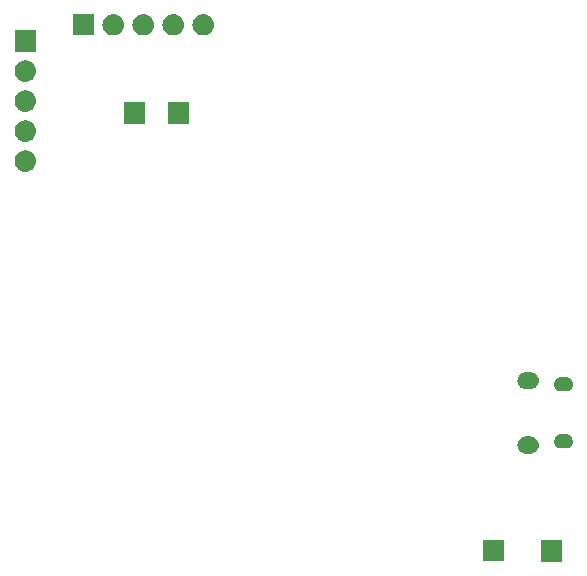
<source format=gbr>
G04 #@! TF.GenerationSoftware,KiCad,Pcbnew,(5.0.2)-1*
G04 #@! TF.CreationDate,2019-11-27T21:51:56-08:00*
G04 #@! TF.ProjectId,bsidessd,62736964-6573-4736-942e-6b696361645f,rev?*
G04 #@! TF.SameCoordinates,Original*
G04 #@! TF.FileFunction,Soldermask,Bot*
G04 #@! TF.FilePolarity,Negative*
%FSLAX46Y46*%
G04 Gerber Fmt 4.6, Leading zero omitted, Abs format (unit mm)*
G04 Created by KiCad (PCBNEW (5.0.2)-1) date 11/27/2019 9:51:56 PM*
%MOMM*%
%LPD*%
G01*
G04 APERTURE LIST*
%ADD10C,0.100000*%
G04 APERTURE END LIST*
D10*
G36*
X198132000Y-147713000D02*
X196330000Y-147713000D01*
X196330000Y-145911000D01*
X198132000Y-145911000D01*
X198132000Y-147713000D01*
X198132000Y-147713000D01*
G37*
G36*
X193179000Y-147687600D02*
X191377000Y-147687600D01*
X191377000Y-145885600D01*
X193179000Y-145885600D01*
X193179000Y-147687600D01*
X193179000Y-147687600D01*
G37*
G36*
X195458991Y-137109101D02*
X195544321Y-137117505D01*
X195681172Y-137159019D01*
X195681174Y-137159020D01*
X195681177Y-137159021D01*
X195807296Y-137226432D01*
X195917843Y-137317157D01*
X196008568Y-137427704D01*
X196075979Y-137553823D01*
X196075980Y-137553826D01*
X196075981Y-137553828D01*
X196117495Y-137690679D01*
X196131512Y-137833000D01*
X196117495Y-137975321D01*
X196075981Y-138112172D01*
X196075979Y-138112177D01*
X196008568Y-138238296D01*
X195917843Y-138348843D01*
X195807296Y-138439568D01*
X195681177Y-138506979D01*
X195681174Y-138506980D01*
X195681172Y-138506981D01*
X195544321Y-138548495D01*
X195458991Y-138556899D01*
X195437660Y-138559000D01*
X195016340Y-138559000D01*
X194995009Y-138556899D01*
X194909679Y-138548495D01*
X194772828Y-138506981D01*
X194772826Y-138506980D01*
X194772823Y-138506979D01*
X194646704Y-138439568D01*
X194536157Y-138348843D01*
X194445432Y-138238296D01*
X194378021Y-138112177D01*
X194378019Y-138112172D01*
X194336505Y-137975321D01*
X194322488Y-137833000D01*
X194336505Y-137690679D01*
X194378019Y-137553828D01*
X194378020Y-137553826D01*
X194378021Y-137553823D01*
X194445432Y-137427704D01*
X194536157Y-137317157D01*
X194646704Y-137226432D01*
X194772823Y-137159021D01*
X194772826Y-137159020D01*
X194772828Y-137159019D01*
X194909679Y-137117505D01*
X194995009Y-137109101D01*
X195016340Y-137107000D01*
X195437660Y-137107000D01*
X195458991Y-137109101D01*
X195458991Y-137109101D01*
G37*
G36*
X198544818Y-136930696D02*
X198658105Y-136965062D01*
X198762513Y-137020869D01*
X198854027Y-137095973D01*
X198929131Y-137187487D01*
X198984938Y-137291895D01*
X199019304Y-137405182D01*
X199030907Y-137523000D01*
X199019304Y-137640818D01*
X198984938Y-137754105D01*
X198929131Y-137858513D01*
X198854027Y-137950027D01*
X198762513Y-138025131D01*
X198658105Y-138080938D01*
X198544818Y-138115304D01*
X198456519Y-138124000D01*
X197997481Y-138124000D01*
X197909182Y-138115304D01*
X197795895Y-138080938D01*
X197691487Y-138025131D01*
X197599973Y-137950027D01*
X197524869Y-137858513D01*
X197469062Y-137754105D01*
X197434696Y-137640818D01*
X197423093Y-137523000D01*
X197434696Y-137405182D01*
X197469062Y-137291895D01*
X197524869Y-137187487D01*
X197599973Y-137095973D01*
X197691487Y-137020869D01*
X197795895Y-136965062D01*
X197909182Y-136930696D01*
X197997481Y-136922000D01*
X198456519Y-136922000D01*
X198544818Y-136930696D01*
X198544818Y-136930696D01*
G37*
G36*
X198544818Y-132090696D02*
X198658105Y-132125062D01*
X198762513Y-132180869D01*
X198854027Y-132255973D01*
X198929131Y-132347487D01*
X198984938Y-132451895D01*
X199019304Y-132565182D01*
X199030907Y-132683000D01*
X199019304Y-132800818D01*
X198984938Y-132914105D01*
X198929131Y-133018513D01*
X198854027Y-133110027D01*
X198762513Y-133185131D01*
X198658105Y-133240938D01*
X198544818Y-133275304D01*
X198456519Y-133284000D01*
X197997481Y-133284000D01*
X197909182Y-133275304D01*
X197795895Y-133240938D01*
X197691487Y-133185131D01*
X197599973Y-133110027D01*
X197524869Y-133018513D01*
X197469062Y-132914105D01*
X197434696Y-132800818D01*
X197423093Y-132683000D01*
X197434696Y-132565182D01*
X197469062Y-132451895D01*
X197524869Y-132347487D01*
X197599973Y-132255973D01*
X197691487Y-132180869D01*
X197795895Y-132125062D01*
X197909182Y-132090696D01*
X197997481Y-132082000D01*
X198456519Y-132082000D01*
X198544818Y-132090696D01*
X198544818Y-132090696D01*
G37*
G36*
X195458991Y-131649101D02*
X195544321Y-131657505D01*
X195681172Y-131699019D01*
X195681174Y-131699020D01*
X195681177Y-131699021D01*
X195807296Y-131766432D01*
X195917843Y-131857157D01*
X196008568Y-131967704D01*
X196075979Y-132093823D01*
X196075980Y-132093826D01*
X196075981Y-132093828D01*
X196117495Y-132230679D01*
X196131512Y-132373000D01*
X196117495Y-132515321D01*
X196075981Y-132652172D01*
X196075979Y-132652177D01*
X196008568Y-132778296D01*
X195917843Y-132888843D01*
X195807296Y-132979568D01*
X195681177Y-133046979D01*
X195681174Y-133046980D01*
X195681172Y-133046981D01*
X195544321Y-133088495D01*
X195458991Y-133096899D01*
X195437660Y-133099000D01*
X195016340Y-133099000D01*
X194995009Y-133096899D01*
X194909679Y-133088495D01*
X194772828Y-133046981D01*
X194772826Y-133046980D01*
X194772823Y-133046979D01*
X194646704Y-132979568D01*
X194536157Y-132888843D01*
X194445432Y-132778296D01*
X194378021Y-132652177D01*
X194378019Y-132652172D01*
X194336505Y-132515321D01*
X194322488Y-132373000D01*
X194336505Y-132230679D01*
X194378019Y-132093828D01*
X194378020Y-132093826D01*
X194378021Y-132093823D01*
X194445432Y-131967704D01*
X194536157Y-131857157D01*
X194646704Y-131766432D01*
X194772823Y-131699021D01*
X194772826Y-131699020D01*
X194772828Y-131699019D01*
X194909679Y-131657505D01*
X194995009Y-131649101D01*
X195016340Y-131647000D01*
X195437660Y-131647000D01*
X195458991Y-131649101D01*
X195458991Y-131649101D01*
G37*
G36*
X152764442Y-112897518D02*
X152830627Y-112904037D01*
X152943853Y-112938384D01*
X153000467Y-112955557D01*
X153139087Y-113029652D01*
X153156991Y-113039222D01*
X153192729Y-113068552D01*
X153294186Y-113151814D01*
X153377448Y-113253271D01*
X153406778Y-113289009D01*
X153406779Y-113289011D01*
X153490443Y-113445533D01*
X153490443Y-113445534D01*
X153541963Y-113615373D01*
X153559359Y-113792000D01*
X153541963Y-113968627D01*
X153507616Y-114081853D01*
X153490443Y-114138467D01*
X153416348Y-114277087D01*
X153406778Y-114294991D01*
X153377448Y-114330729D01*
X153294186Y-114432186D01*
X153192729Y-114515448D01*
X153156991Y-114544778D01*
X153156989Y-114544779D01*
X153000467Y-114628443D01*
X152943853Y-114645616D01*
X152830627Y-114679963D01*
X152764443Y-114686481D01*
X152698260Y-114693000D01*
X152609740Y-114693000D01*
X152543557Y-114686481D01*
X152477373Y-114679963D01*
X152364147Y-114645616D01*
X152307533Y-114628443D01*
X152151011Y-114544779D01*
X152151009Y-114544778D01*
X152115271Y-114515448D01*
X152013814Y-114432186D01*
X151930552Y-114330729D01*
X151901222Y-114294991D01*
X151891652Y-114277087D01*
X151817557Y-114138467D01*
X151800384Y-114081853D01*
X151766037Y-113968627D01*
X151748641Y-113792000D01*
X151766037Y-113615373D01*
X151817557Y-113445534D01*
X151817557Y-113445533D01*
X151901221Y-113289011D01*
X151901222Y-113289009D01*
X151930552Y-113253271D01*
X152013814Y-113151814D01*
X152115271Y-113068552D01*
X152151009Y-113039222D01*
X152168913Y-113029652D01*
X152307533Y-112955557D01*
X152364147Y-112938384D01*
X152477373Y-112904037D01*
X152543558Y-112897518D01*
X152609740Y-112891000D01*
X152698260Y-112891000D01*
X152764442Y-112897518D01*
X152764442Y-112897518D01*
G37*
G36*
X152764443Y-110357519D02*
X152830627Y-110364037D01*
X152943853Y-110398384D01*
X153000467Y-110415557D01*
X153139087Y-110489652D01*
X153156991Y-110499222D01*
X153192729Y-110528552D01*
X153294186Y-110611814D01*
X153377448Y-110713271D01*
X153406778Y-110749009D01*
X153406779Y-110749011D01*
X153490443Y-110905533D01*
X153490443Y-110905534D01*
X153541963Y-111075373D01*
X153559359Y-111252000D01*
X153541963Y-111428627D01*
X153507616Y-111541853D01*
X153490443Y-111598467D01*
X153416348Y-111737087D01*
X153406778Y-111754991D01*
X153377448Y-111790729D01*
X153294186Y-111892186D01*
X153192729Y-111975448D01*
X153156991Y-112004778D01*
X153156989Y-112004779D01*
X153000467Y-112088443D01*
X152943853Y-112105616D01*
X152830627Y-112139963D01*
X152764443Y-112146481D01*
X152698260Y-112153000D01*
X152609740Y-112153000D01*
X152543557Y-112146481D01*
X152477373Y-112139963D01*
X152364147Y-112105616D01*
X152307533Y-112088443D01*
X152151011Y-112004779D01*
X152151009Y-112004778D01*
X152115271Y-111975448D01*
X152013814Y-111892186D01*
X151930552Y-111790729D01*
X151901222Y-111754991D01*
X151891652Y-111737087D01*
X151817557Y-111598467D01*
X151800384Y-111541853D01*
X151766037Y-111428627D01*
X151748641Y-111252000D01*
X151766037Y-111075373D01*
X151817557Y-110905534D01*
X151817557Y-110905533D01*
X151901221Y-110749011D01*
X151901222Y-110749009D01*
X151930552Y-110713271D01*
X152013814Y-110611814D01*
X152115271Y-110528552D01*
X152151009Y-110499222D01*
X152168913Y-110489652D01*
X152307533Y-110415557D01*
X152364147Y-110398384D01*
X152477373Y-110364037D01*
X152543557Y-110357519D01*
X152609740Y-110351000D01*
X152698260Y-110351000D01*
X152764443Y-110357519D01*
X152764443Y-110357519D01*
G37*
G36*
X166509000Y-110629000D02*
X164707000Y-110629000D01*
X164707000Y-108827000D01*
X166509000Y-108827000D01*
X166509000Y-110629000D01*
X166509000Y-110629000D01*
G37*
G36*
X162826000Y-110629000D02*
X161024000Y-110629000D01*
X161024000Y-108827000D01*
X162826000Y-108827000D01*
X162826000Y-110629000D01*
X162826000Y-110629000D01*
G37*
G36*
X152764443Y-107817519D02*
X152830627Y-107824037D01*
X152943853Y-107858384D01*
X153000467Y-107875557D01*
X153139087Y-107949652D01*
X153156991Y-107959222D01*
X153192729Y-107988552D01*
X153294186Y-108071814D01*
X153377448Y-108173271D01*
X153406778Y-108209009D01*
X153406779Y-108209011D01*
X153490443Y-108365533D01*
X153490443Y-108365534D01*
X153541963Y-108535373D01*
X153559359Y-108712000D01*
X153541963Y-108888627D01*
X153507616Y-109001853D01*
X153490443Y-109058467D01*
X153416348Y-109197087D01*
X153406778Y-109214991D01*
X153377448Y-109250729D01*
X153294186Y-109352186D01*
X153192729Y-109435448D01*
X153156991Y-109464778D01*
X153156989Y-109464779D01*
X153000467Y-109548443D01*
X152943853Y-109565616D01*
X152830627Y-109599963D01*
X152764442Y-109606482D01*
X152698260Y-109613000D01*
X152609740Y-109613000D01*
X152543558Y-109606482D01*
X152477373Y-109599963D01*
X152364147Y-109565616D01*
X152307533Y-109548443D01*
X152151011Y-109464779D01*
X152151009Y-109464778D01*
X152115271Y-109435448D01*
X152013814Y-109352186D01*
X151930552Y-109250729D01*
X151901222Y-109214991D01*
X151891652Y-109197087D01*
X151817557Y-109058467D01*
X151800384Y-109001853D01*
X151766037Y-108888627D01*
X151748641Y-108712000D01*
X151766037Y-108535373D01*
X151817557Y-108365534D01*
X151817557Y-108365533D01*
X151901221Y-108209011D01*
X151901222Y-108209009D01*
X151930552Y-108173271D01*
X152013814Y-108071814D01*
X152115271Y-107988552D01*
X152151009Y-107959222D01*
X152168913Y-107949652D01*
X152307533Y-107875557D01*
X152364147Y-107858384D01*
X152477373Y-107824037D01*
X152543557Y-107817519D01*
X152609740Y-107811000D01*
X152698260Y-107811000D01*
X152764443Y-107817519D01*
X152764443Y-107817519D01*
G37*
G36*
X152764443Y-105277519D02*
X152830627Y-105284037D01*
X152943853Y-105318384D01*
X153000467Y-105335557D01*
X153139087Y-105409652D01*
X153156991Y-105419222D01*
X153192729Y-105448552D01*
X153294186Y-105531814D01*
X153377448Y-105633271D01*
X153406778Y-105669009D01*
X153406779Y-105669011D01*
X153490443Y-105825533D01*
X153490443Y-105825534D01*
X153541963Y-105995373D01*
X153559359Y-106172000D01*
X153541963Y-106348627D01*
X153507616Y-106461853D01*
X153490443Y-106518467D01*
X153416348Y-106657087D01*
X153406778Y-106674991D01*
X153377448Y-106710729D01*
X153294186Y-106812186D01*
X153192729Y-106895448D01*
X153156991Y-106924778D01*
X153156989Y-106924779D01*
X153000467Y-107008443D01*
X152943853Y-107025616D01*
X152830627Y-107059963D01*
X152764443Y-107066481D01*
X152698260Y-107073000D01*
X152609740Y-107073000D01*
X152543557Y-107066481D01*
X152477373Y-107059963D01*
X152364147Y-107025616D01*
X152307533Y-107008443D01*
X152151011Y-106924779D01*
X152151009Y-106924778D01*
X152115271Y-106895448D01*
X152013814Y-106812186D01*
X151930552Y-106710729D01*
X151901222Y-106674991D01*
X151891652Y-106657087D01*
X151817557Y-106518467D01*
X151800384Y-106461853D01*
X151766037Y-106348627D01*
X151748641Y-106172000D01*
X151766037Y-105995373D01*
X151817557Y-105825534D01*
X151817557Y-105825533D01*
X151901221Y-105669011D01*
X151901222Y-105669009D01*
X151930552Y-105633271D01*
X152013814Y-105531814D01*
X152115271Y-105448552D01*
X152151009Y-105419222D01*
X152168913Y-105409652D01*
X152307533Y-105335557D01*
X152364147Y-105318384D01*
X152477373Y-105284037D01*
X152543557Y-105277519D01*
X152609740Y-105271000D01*
X152698260Y-105271000D01*
X152764443Y-105277519D01*
X152764443Y-105277519D01*
G37*
G36*
X153555000Y-104533000D02*
X151753000Y-104533000D01*
X151753000Y-102731000D01*
X153555000Y-102731000D01*
X153555000Y-104533000D01*
X153555000Y-104533000D01*
G37*
G36*
X167826643Y-101365919D02*
X167892827Y-101372437D01*
X168006053Y-101406784D01*
X168062667Y-101423957D01*
X168201287Y-101498052D01*
X168219191Y-101507622D01*
X168254929Y-101536952D01*
X168356386Y-101620214D01*
X168439648Y-101721671D01*
X168468978Y-101757409D01*
X168468979Y-101757411D01*
X168552643Y-101913933D01*
X168552643Y-101913934D01*
X168604163Y-102083773D01*
X168621559Y-102260400D01*
X168604163Y-102437027D01*
X168569816Y-102550253D01*
X168552643Y-102606867D01*
X168478548Y-102745487D01*
X168468978Y-102763391D01*
X168439648Y-102799129D01*
X168356386Y-102900586D01*
X168254929Y-102983848D01*
X168219191Y-103013178D01*
X168219189Y-103013179D01*
X168062667Y-103096843D01*
X168006053Y-103114016D01*
X167892827Y-103148363D01*
X167826643Y-103154881D01*
X167760460Y-103161400D01*
X167671940Y-103161400D01*
X167605757Y-103154881D01*
X167539573Y-103148363D01*
X167426347Y-103114016D01*
X167369733Y-103096843D01*
X167213211Y-103013179D01*
X167213209Y-103013178D01*
X167177471Y-102983848D01*
X167076014Y-102900586D01*
X166992752Y-102799129D01*
X166963422Y-102763391D01*
X166953852Y-102745487D01*
X166879757Y-102606867D01*
X166862584Y-102550253D01*
X166828237Y-102437027D01*
X166810841Y-102260400D01*
X166828237Y-102083773D01*
X166879757Y-101913934D01*
X166879757Y-101913933D01*
X166963421Y-101757411D01*
X166963422Y-101757409D01*
X166992752Y-101721671D01*
X167076014Y-101620214D01*
X167177471Y-101536952D01*
X167213209Y-101507622D01*
X167231113Y-101498052D01*
X167369733Y-101423957D01*
X167426347Y-101406784D01*
X167539573Y-101372437D01*
X167605757Y-101365919D01*
X167671940Y-101359400D01*
X167760460Y-101359400D01*
X167826643Y-101365919D01*
X167826643Y-101365919D01*
G37*
G36*
X160206643Y-101365919D02*
X160272827Y-101372437D01*
X160386053Y-101406784D01*
X160442667Y-101423957D01*
X160581287Y-101498052D01*
X160599191Y-101507622D01*
X160634929Y-101536952D01*
X160736386Y-101620214D01*
X160819648Y-101721671D01*
X160848978Y-101757409D01*
X160848979Y-101757411D01*
X160932643Y-101913933D01*
X160932643Y-101913934D01*
X160984163Y-102083773D01*
X161001559Y-102260400D01*
X160984163Y-102437027D01*
X160949816Y-102550253D01*
X160932643Y-102606867D01*
X160858548Y-102745487D01*
X160848978Y-102763391D01*
X160819648Y-102799129D01*
X160736386Y-102900586D01*
X160634929Y-102983848D01*
X160599191Y-103013178D01*
X160599189Y-103013179D01*
X160442667Y-103096843D01*
X160386053Y-103114016D01*
X160272827Y-103148363D01*
X160206643Y-103154881D01*
X160140460Y-103161400D01*
X160051940Y-103161400D01*
X159985757Y-103154881D01*
X159919573Y-103148363D01*
X159806347Y-103114016D01*
X159749733Y-103096843D01*
X159593211Y-103013179D01*
X159593209Y-103013178D01*
X159557471Y-102983848D01*
X159456014Y-102900586D01*
X159372752Y-102799129D01*
X159343422Y-102763391D01*
X159333852Y-102745487D01*
X159259757Y-102606867D01*
X159242584Y-102550253D01*
X159208237Y-102437027D01*
X159190841Y-102260400D01*
X159208237Y-102083773D01*
X159259757Y-101913934D01*
X159259757Y-101913933D01*
X159343421Y-101757411D01*
X159343422Y-101757409D01*
X159372752Y-101721671D01*
X159456014Y-101620214D01*
X159557471Y-101536952D01*
X159593209Y-101507622D01*
X159611113Y-101498052D01*
X159749733Y-101423957D01*
X159806347Y-101406784D01*
X159919573Y-101372437D01*
X159985757Y-101365919D01*
X160051940Y-101359400D01*
X160140460Y-101359400D01*
X160206643Y-101365919D01*
X160206643Y-101365919D01*
G37*
G36*
X165286643Y-101365919D02*
X165352827Y-101372437D01*
X165466053Y-101406784D01*
X165522667Y-101423957D01*
X165661287Y-101498052D01*
X165679191Y-101507622D01*
X165714929Y-101536952D01*
X165816386Y-101620214D01*
X165899648Y-101721671D01*
X165928978Y-101757409D01*
X165928979Y-101757411D01*
X166012643Y-101913933D01*
X166012643Y-101913934D01*
X166064163Y-102083773D01*
X166081559Y-102260400D01*
X166064163Y-102437027D01*
X166029816Y-102550253D01*
X166012643Y-102606867D01*
X165938548Y-102745487D01*
X165928978Y-102763391D01*
X165899648Y-102799129D01*
X165816386Y-102900586D01*
X165714929Y-102983848D01*
X165679191Y-103013178D01*
X165679189Y-103013179D01*
X165522667Y-103096843D01*
X165466053Y-103114016D01*
X165352827Y-103148363D01*
X165286643Y-103154881D01*
X165220460Y-103161400D01*
X165131940Y-103161400D01*
X165065757Y-103154881D01*
X164999573Y-103148363D01*
X164886347Y-103114016D01*
X164829733Y-103096843D01*
X164673211Y-103013179D01*
X164673209Y-103013178D01*
X164637471Y-102983848D01*
X164536014Y-102900586D01*
X164452752Y-102799129D01*
X164423422Y-102763391D01*
X164413852Y-102745487D01*
X164339757Y-102606867D01*
X164322584Y-102550253D01*
X164288237Y-102437027D01*
X164270841Y-102260400D01*
X164288237Y-102083773D01*
X164339757Y-101913934D01*
X164339757Y-101913933D01*
X164423421Y-101757411D01*
X164423422Y-101757409D01*
X164452752Y-101721671D01*
X164536014Y-101620214D01*
X164637471Y-101536952D01*
X164673209Y-101507622D01*
X164691113Y-101498052D01*
X164829733Y-101423957D01*
X164886347Y-101406784D01*
X164999573Y-101372437D01*
X165065757Y-101365919D01*
X165131940Y-101359400D01*
X165220460Y-101359400D01*
X165286643Y-101365919D01*
X165286643Y-101365919D01*
G37*
G36*
X162746643Y-101365919D02*
X162812827Y-101372437D01*
X162926053Y-101406784D01*
X162982667Y-101423957D01*
X163121287Y-101498052D01*
X163139191Y-101507622D01*
X163174929Y-101536952D01*
X163276386Y-101620214D01*
X163359648Y-101721671D01*
X163388978Y-101757409D01*
X163388979Y-101757411D01*
X163472643Y-101913933D01*
X163472643Y-101913934D01*
X163524163Y-102083773D01*
X163541559Y-102260400D01*
X163524163Y-102437027D01*
X163489816Y-102550253D01*
X163472643Y-102606867D01*
X163398548Y-102745487D01*
X163388978Y-102763391D01*
X163359648Y-102799129D01*
X163276386Y-102900586D01*
X163174929Y-102983848D01*
X163139191Y-103013178D01*
X163139189Y-103013179D01*
X162982667Y-103096843D01*
X162926053Y-103114016D01*
X162812827Y-103148363D01*
X162746643Y-103154881D01*
X162680460Y-103161400D01*
X162591940Y-103161400D01*
X162525757Y-103154881D01*
X162459573Y-103148363D01*
X162346347Y-103114016D01*
X162289733Y-103096843D01*
X162133211Y-103013179D01*
X162133209Y-103013178D01*
X162097471Y-102983848D01*
X161996014Y-102900586D01*
X161912752Y-102799129D01*
X161883422Y-102763391D01*
X161873852Y-102745487D01*
X161799757Y-102606867D01*
X161782584Y-102550253D01*
X161748237Y-102437027D01*
X161730841Y-102260400D01*
X161748237Y-102083773D01*
X161799757Y-101913934D01*
X161799757Y-101913933D01*
X161883421Y-101757411D01*
X161883422Y-101757409D01*
X161912752Y-101721671D01*
X161996014Y-101620214D01*
X162097471Y-101536952D01*
X162133209Y-101507622D01*
X162151113Y-101498052D01*
X162289733Y-101423957D01*
X162346347Y-101406784D01*
X162459573Y-101372437D01*
X162525757Y-101365919D01*
X162591940Y-101359400D01*
X162680460Y-101359400D01*
X162746643Y-101365919D01*
X162746643Y-101365919D01*
G37*
G36*
X158457200Y-103161400D02*
X156655200Y-103161400D01*
X156655200Y-101359400D01*
X158457200Y-101359400D01*
X158457200Y-103161400D01*
X158457200Y-103161400D01*
G37*
M02*

</source>
